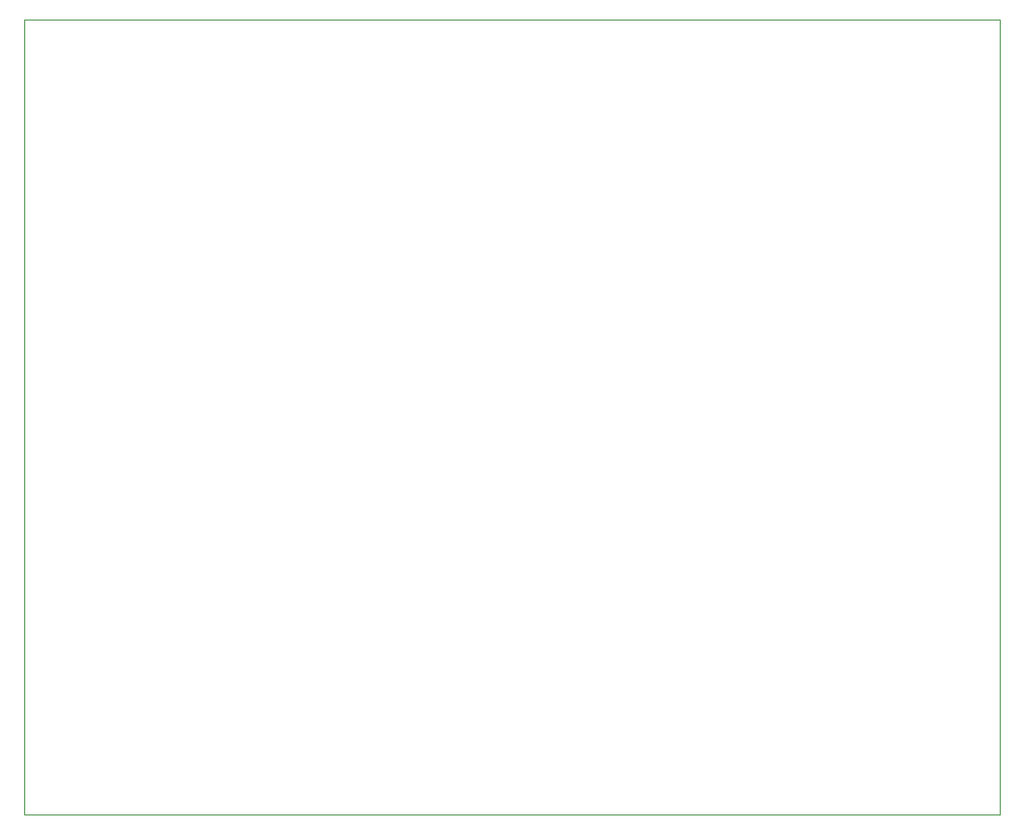
<source format=gbr>
%TF.GenerationSoftware,KiCad,Pcbnew,9.0.2+dfsg-1*%
%TF.CreationDate,2025-12-26T17:01:32-05:00*%
%TF.ProjectId,polyphloisboisterous030,706f6c79-7068-46c6-9f69-73626f697374,rev?*%
%TF.SameCoordinates,Original*%
%TF.FileFunction,Profile,NP*%
%FSLAX46Y46*%
G04 Gerber Fmt 4.6, Leading zero omitted, Abs format (unit mm)*
G04 Created by KiCad (PCBNEW 9.0.2+dfsg-1) date 2025-12-26 17:01:32*
%MOMM*%
%LPD*%
G01*
G04 APERTURE LIST*
%TA.AperFunction,Profile*%
%ADD10C,0.050000*%
%TD*%
G04 APERTURE END LIST*
D10*
X197500000Y-101000000D02*
X109000000Y-101000000D01*
X109000000Y-28750000D01*
X197500000Y-28750000D01*
X197500000Y-101000000D01*
M02*

</source>
